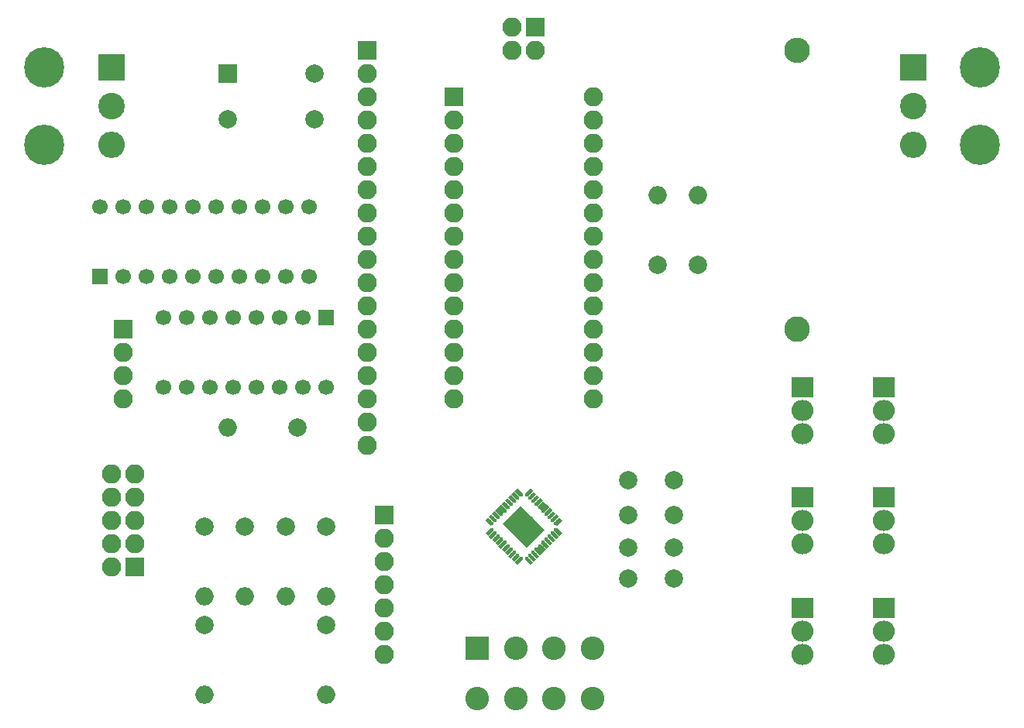
<source format=gts>
G04 #@! TF.GenerationSoftware,KiCad,Pcbnew,(5.0.0)*
G04 #@! TF.CreationDate,2019-03-08T19:40:39-05:00*
G04 #@! TF.ProjectId,DRV8308_pcb,445256383330385F7063622E6B696361,rev?*
G04 #@! TF.SameCoordinates,Original*
G04 #@! TF.FileFunction,Soldermask,Top*
G04 #@! TF.FilePolarity,Negative*
%FSLAX46Y46*%
G04 Gerber Fmt 4.6, Leading zero omitted, Abs format (unit mm)*
G04 Created by KiCad (PCBNEW (5.0.0)) date 03/08/19 19:40:39*
%MOMM*%
%LPD*%
G01*
G04 APERTURE LIST*
%ADD10C,4.400000*%
%ADD11O,2.900000X2.900000*%
%ADD12C,2.900000*%
%ADD13R,2.900000X2.900000*%
%ADD14O,2.100000X2.100000*%
%ADD15R,2.100000X2.100000*%
%ADD16R,2.000000X2.000000*%
%ADD17C,2.000000*%
%ADD18R,2.575000X2.575000*%
%ADD19C,2.575000*%
%ADD20O,2.400000X2.305000*%
%ADD21R,2.400000X2.305000*%
%ADD22O,2.000000X2.000000*%
%ADD23C,2.800000*%
%ADD24O,2.800000X2.800000*%
%ADD25C,2.760000*%
%ADD26C,0.100000*%
%ADD27C,0.420000*%
%ADD28R,1.695400X1.695400*%
%ADD29C,1.695400*%
G04 APERTURE END LIST*
D10*
G04 #@! TO.C,J5*
X195260000Y-58420000D03*
X195260000Y-66820000D03*
D11*
X187960000Y-66820000D03*
D12*
X187960000Y-62620000D03*
D13*
X187960000Y-58420000D03*
G04 #@! TD*
D10*
G04 #@! TO.C,J3*
X93030000Y-58420000D03*
X93030000Y-66820000D03*
D11*
X100330000Y-66820000D03*
D12*
X100330000Y-62620000D03*
D13*
X100330000Y-58420000D03*
G04 #@! TD*
D14*
G04 #@! TO.C,J4*
X153035000Y-94615000D03*
X137795000Y-94615000D03*
X153035000Y-92075000D03*
X137795000Y-92075000D03*
X153035000Y-89535000D03*
X137795000Y-89535000D03*
X153035000Y-86995000D03*
X137795000Y-86995000D03*
X153035000Y-84455000D03*
X137795000Y-84455000D03*
X153035000Y-81915000D03*
X137795000Y-81915000D03*
X153035000Y-79375000D03*
X137795000Y-79375000D03*
X153035000Y-76835000D03*
X137795000Y-76835000D03*
X153035000Y-74295000D03*
X137795000Y-74295000D03*
X153035000Y-71755000D03*
X137795000Y-71755000D03*
X153035000Y-69215000D03*
X137795000Y-69215000D03*
X153035000Y-66675000D03*
X137795000Y-66675000D03*
X153035000Y-64135000D03*
X137795000Y-64135000D03*
X153035000Y-61595000D03*
D15*
X137795000Y-61595000D03*
G04 #@! TD*
D16*
G04 #@! TO.C,C2*
X113030000Y-59055000D03*
D17*
X113030000Y-64055000D03*
G04 #@! TD*
D18*
G04 #@! TO.C,J1*
X140335000Y-121920000D03*
D19*
X144535000Y-121920000D03*
X148735000Y-121920000D03*
X152935000Y-121920000D03*
X140335000Y-127420000D03*
X144535000Y-127420000D03*
X148735000Y-127420000D03*
X152935000Y-127420000D03*
G04 #@! TD*
D15*
G04 #@! TO.C,J2*
X102870000Y-113030000D03*
D14*
X100330000Y-113030000D03*
X102870000Y-110490000D03*
X100330000Y-110490000D03*
X102870000Y-107950000D03*
X100330000Y-107950000D03*
X102870000Y-105410000D03*
X100330000Y-105410000D03*
X102870000Y-102870000D03*
X100330000Y-102870000D03*
G04 #@! TD*
D15*
G04 #@! TO.C,J7*
X128270000Y-56515000D03*
D14*
X128270000Y-59055000D03*
X128270000Y-61595000D03*
X128270000Y-64135000D03*
X128270000Y-66675000D03*
X128270000Y-69215000D03*
X128270000Y-71755000D03*
X128270000Y-74295000D03*
X128270000Y-76835000D03*
X128270000Y-79375000D03*
X128270000Y-81915000D03*
X128270000Y-84455000D03*
X128270000Y-86995000D03*
X128270000Y-89535000D03*
X128270000Y-92075000D03*
X128270000Y-94615000D03*
X128270000Y-97155000D03*
X128270000Y-99695000D03*
G04 #@! TD*
D15*
G04 #@! TO.C,J8*
X101600000Y-86995000D03*
D14*
X101600000Y-89535000D03*
X101600000Y-92075000D03*
X101600000Y-94615000D03*
G04 #@! TD*
D20*
G04 #@! TO.C,Q1*
X175895000Y-98425000D03*
X175895000Y-95885000D03*
D21*
X175895000Y-93345000D03*
G04 #@! TD*
G04 #@! TO.C,Q2*
X184785000Y-93345000D03*
D20*
X184785000Y-95885000D03*
X184785000Y-98425000D03*
G04 #@! TD*
G04 #@! TO.C,Q3*
X175895000Y-110490000D03*
X175895000Y-107950000D03*
D21*
X175895000Y-105410000D03*
G04 #@! TD*
G04 #@! TO.C,Q4*
X184785000Y-105410000D03*
D20*
X184785000Y-107950000D03*
X184785000Y-110490000D03*
G04 #@! TD*
G04 #@! TO.C,Q5*
X175895000Y-122555000D03*
X175895000Y-120015000D03*
D21*
X175895000Y-117475000D03*
G04 #@! TD*
G04 #@! TO.C,Q6*
X184785000Y-117475000D03*
D20*
X184785000Y-120015000D03*
X184785000Y-122555000D03*
G04 #@! TD*
D22*
G04 #@! TO.C,R1*
X110490000Y-116205000D03*
D17*
X110490000Y-108585000D03*
G04 #@! TD*
G04 #@! TO.C,R2*
X114935000Y-108585000D03*
D22*
X114935000Y-116205000D03*
G04 #@! TD*
G04 #@! TO.C,R3*
X119380000Y-116205000D03*
D17*
X119380000Y-108585000D03*
G04 #@! TD*
G04 #@! TO.C,R4*
X123825000Y-108585000D03*
D22*
X123825000Y-116205000D03*
G04 #@! TD*
G04 #@! TO.C,R5*
X123825000Y-127000000D03*
D17*
X123825000Y-119380000D03*
G04 #@! TD*
D23*
G04 #@! TO.C,R6*
X175260000Y-86995000D03*
D24*
X175260000Y-56515000D03*
G04 #@! TD*
D17*
G04 #@! TO.C,R7*
X110490000Y-119350000D03*
D22*
X110490000Y-126970000D03*
G04 #@! TD*
G04 #@! TO.C,R8*
X113030000Y-97790000D03*
D17*
X120650000Y-97790000D03*
G04 #@! TD*
D25*
G04 #@! TO.C,U1*
X145415000Y-108585000D03*
D26*
G36*
X143145187Y-108266802D02*
X145096802Y-106315187D01*
X147684813Y-108903198D01*
X145733198Y-110854813D01*
X143145187Y-108266802D01*
X143145187Y-108266802D01*
G37*
D27*
X145726127Y-105091893D03*
X145977150Y-104840870D03*
D26*
G36*
X145528137Y-104992898D02*
X146129178Y-104391857D01*
X146426163Y-104688842D01*
X145825122Y-105289883D01*
X145528137Y-104992898D01*
X145528137Y-104992898D01*
G37*
D27*
X146079680Y-105445446D03*
X146330703Y-105194423D03*
D26*
G36*
X145881690Y-105346451D02*
X146482731Y-104745410D01*
X146779716Y-105042395D01*
X146178675Y-105643436D01*
X145881690Y-105346451D01*
X145881690Y-105346451D01*
G37*
D27*
X146433234Y-105798999D03*
X146684257Y-105547976D03*
D26*
G36*
X146235244Y-105700004D02*
X146836285Y-105098963D01*
X147133270Y-105395948D01*
X146532229Y-105996989D01*
X146235244Y-105700004D01*
X146235244Y-105700004D01*
G37*
D27*
X146786787Y-106152553D03*
X147037810Y-105901530D03*
D26*
G36*
X146588797Y-106053558D02*
X147189838Y-105452517D01*
X147486823Y-105749502D01*
X146885782Y-106350543D01*
X146588797Y-106053558D01*
X146588797Y-106053558D01*
G37*
D27*
X147140341Y-106506106D03*
X147391363Y-106255083D03*
D26*
G36*
X146942350Y-106407111D02*
X147543391Y-105806070D01*
X147840376Y-106103055D01*
X147239335Y-106704096D01*
X146942350Y-106407111D01*
X146942350Y-106407111D01*
G37*
D27*
X147493894Y-106859659D03*
X147744917Y-106608637D03*
D26*
G36*
X147295904Y-106760665D02*
X147896945Y-106159624D01*
X148193930Y-106456609D01*
X147592889Y-107057650D01*
X147295904Y-106760665D01*
X147295904Y-106760665D01*
G37*
D27*
X147847447Y-107213213D03*
X148098470Y-106962190D03*
D26*
G36*
X147649457Y-107114218D02*
X148250498Y-106513177D01*
X148547483Y-106810162D01*
X147946442Y-107411203D01*
X147649457Y-107114218D01*
X147649457Y-107114218D01*
G37*
D27*
X148201001Y-107566766D03*
X148452024Y-107315743D03*
D26*
G36*
X148003011Y-107467771D02*
X148604052Y-106866730D01*
X148901037Y-107163715D01*
X148299996Y-107764756D01*
X148003011Y-107467771D01*
X148003011Y-107467771D01*
G37*
D27*
X148554554Y-107920320D03*
X148805577Y-107669297D03*
D26*
G36*
X148356564Y-107821325D02*
X148957605Y-107220284D01*
X149254590Y-107517269D01*
X148653549Y-108118310D01*
X148356564Y-107821325D01*
X148356564Y-107821325D01*
G37*
D27*
X148908107Y-108273873D03*
X149159130Y-108022850D03*
D26*
G36*
X148710117Y-108174878D02*
X149311158Y-107573837D01*
X149608143Y-107870822D01*
X149007102Y-108471863D01*
X148710117Y-108174878D01*
X148710117Y-108174878D01*
G37*
D27*
X148908107Y-108896127D03*
X149159130Y-109147150D03*
D26*
G36*
X148710117Y-108995122D02*
X149007102Y-108698137D01*
X149608143Y-109299178D01*
X149311158Y-109596163D01*
X148710117Y-108995122D01*
X148710117Y-108995122D01*
G37*
D27*
X148554554Y-109249680D03*
X148805577Y-109500703D03*
D26*
G36*
X148356564Y-109348675D02*
X148653549Y-109051690D01*
X149254590Y-109652731D01*
X148957605Y-109949716D01*
X148356564Y-109348675D01*
X148356564Y-109348675D01*
G37*
D27*
X148201001Y-109603234D03*
X148452024Y-109854257D03*
D26*
G36*
X148003011Y-109702229D02*
X148299996Y-109405244D01*
X148901037Y-110006285D01*
X148604052Y-110303270D01*
X148003011Y-109702229D01*
X148003011Y-109702229D01*
G37*
D27*
X147847447Y-109956787D03*
X148098470Y-110207810D03*
D26*
G36*
X147649457Y-110055782D02*
X147946442Y-109758797D01*
X148547483Y-110359838D01*
X148250498Y-110656823D01*
X147649457Y-110055782D01*
X147649457Y-110055782D01*
G37*
D27*
X147493894Y-110310341D03*
X147744917Y-110561363D03*
D26*
G36*
X147295904Y-110409335D02*
X147592889Y-110112350D01*
X148193930Y-110713391D01*
X147896945Y-111010376D01*
X147295904Y-110409335D01*
X147295904Y-110409335D01*
G37*
D27*
X147140341Y-110663894D03*
X147391363Y-110914917D03*
D26*
G36*
X146942350Y-110762889D02*
X147239335Y-110465904D01*
X147840376Y-111066945D01*
X147543391Y-111363930D01*
X146942350Y-110762889D01*
X146942350Y-110762889D01*
G37*
D27*
X146786787Y-111017447D03*
X147037810Y-111268470D03*
D26*
G36*
X146588797Y-111116442D02*
X146885782Y-110819457D01*
X147486823Y-111420498D01*
X147189838Y-111717483D01*
X146588797Y-111116442D01*
X146588797Y-111116442D01*
G37*
D27*
X146433234Y-111371001D03*
X146684257Y-111622024D03*
D26*
G36*
X146235244Y-111469996D02*
X146532229Y-111173011D01*
X147133270Y-111774052D01*
X146836285Y-112071037D01*
X146235244Y-111469996D01*
X146235244Y-111469996D01*
G37*
D27*
X146079680Y-111724554D03*
X146330703Y-111975577D03*
D26*
G36*
X145881690Y-111823549D02*
X146178675Y-111526564D01*
X146779716Y-112127605D01*
X146482731Y-112424590D01*
X145881690Y-111823549D01*
X145881690Y-111823549D01*
G37*
D27*
X145726127Y-112078107D03*
X145977150Y-112329130D03*
D26*
G36*
X145528137Y-112177102D02*
X145825122Y-111880117D01*
X146426163Y-112481158D01*
X146129178Y-112778143D01*
X145528137Y-112177102D01*
X145528137Y-112177102D01*
G37*
D27*
X145103873Y-112078107D03*
X144852850Y-112329130D03*
D26*
G36*
X144403837Y-112481158D02*
X145004878Y-111880117D01*
X145301863Y-112177102D01*
X144700822Y-112778143D01*
X144403837Y-112481158D01*
X144403837Y-112481158D01*
G37*
D27*
X144750320Y-111724554D03*
X144499297Y-111975577D03*
D26*
G36*
X144050284Y-112127605D02*
X144651325Y-111526564D01*
X144948310Y-111823549D01*
X144347269Y-112424590D01*
X144050284Y-112127605D01*
X144050284Y-112127605D01*
G37*
D27*
X144396766Y-111371001D03*
X144145743Y-111622024D03*
D26*
G36*
X143696730Y-111774052D02*
X144297771Y-111173011D01*
X144594756Y-111469996D01*
X143993715Y-112071037D01*
X143696730Y-111774052D01*
X143696730Y-111774052D01*
G37*
D27*
X144043213Y-111017447D03*
X143792190Y-111268470D03*
D26*
G36*
X143343177Y-111420498D02*
X143944218Y-110819457D01*
X144241203Y-111116442D01*
X143640162Y-111717483D01*
X143343177Y-111420498D01*
X143343177Y-111420498D01*
G37*
D27*
X143689659Y-110663894D03*
X143438637Y-110914917D03*
D26*
G36*
X142989624Y-111066945D02*
X143590665Y-110465904D01*
X143887650Y-110762889D01*
X143286609Y-111363930D01*
X142989624Y-111066945D01*
X142989624Y-111066945D01*
G37*
D27*
X143336106Y-110310341D03*
X143085083Y-110561363D03*
D26*
G36*
X142636070Y-110713391D02*
X143237111Y-110112350D01*
X143534096Y-110409335D01*
X142933055Y-111010376D01*
X142636070Y-110713391D01*
X142636070Y-110713391D01*
G37*
D27*
X142982553Y-109956787D03*
X142731530Y-110207810D03*
D26*
G36*
X142282517Y-110359838D02*
X142883558Y-109758797D01*
X143180543Y-110055782D01*
X142579502Y-110656823D01*
X142282517Y-110359838D01*
X142282517Y-110359838D01*
G37*
D27*
X142628999Y-109603234D03*
X142377976Y-109854257D03*
D26*
G36*
X141928963Y-110006285D02*
X142530004Y-109405244D01*
X142826989Y-109702229D01*
X142225948Y-110303270D01*
X141928963Y-110006285D01*
X141928963Y-110006285D01*
G37*
D27*
X142275446Y-109249680D03*
X142024423Y-109500703D03*
D26*
G36*
X141575410Y-109652731D02*
X142176451Y-109051690D01*
X142473436Y-109348675D01*
X141872395Y-109949716D01*
X141575410Y-109652731D01*
X141575410Y-109652731D01*
G37*
D27*
X141921893Y-108896127D03*
X141670870Y-109147150D03*
D26*
G36*
X141221857Y-109299178D02*
X141822898Y-108698137D01*
X142119883Y-108995122D01*
X141518842Y-109596163D01*
X141221857Y-109299178D01*
X141221857Y-109299178D01*
G37*
D27*
X141921893Y-108273873D03*
X141670870Y-108022850D03*
D26*
G36*
X141221857Y-107870822D02*
X141518842Y-107573837D01*
X142119883Y-108174878D01*
X141822898Y-108471863D01*
X141221857Y-107870822D01*
X141221857Y-107870822D01*
G37*
D27*
X142275446Y-107920320D03*
X142024423Y-107669297D03*
D26*
G36*
X141575410Y-107517269D02*
X141872395Y-107220284D01*
X142473436Y-107821325D01*
X142176451Y-108118310D01*
X141575410Y-107517269D01*
X141575410Y-107517269D01*
G37*
D27*
X142628999Y-107566766D03*
X142377976Y-107315743D03*
D26*
G36*
X141928963Y-107163715D02*
X142225948Y-106866730D01*
X142826989Y-107467771D01*
X142530004Y-107764756D01*
X141928963Y-107163715D01*
X141928963Y-107163715D01*
G37*
D27*
X142982553Y-107213213D03*
X142731530Y-106962190D03*
D26*
G36*
X142282517Y-106810162D02*
X142579502Y-106513177D01*
X143180543Y-107114218D01*
X142883558Y-107411203D01*
X142282517Y-106810162D01*
X142282517Y-106810162D01*
G37*
D27*
X143336106Y-106859659D03*
X143085083Y-106608637D03*
D26*
G36*
X142636070Y-106456609D02*
X142933055Y-106159624D01*
X143534096Y-106760665D01*
X143237111Y-107057650D01*
X142636070Y-106456609D01*
X142636070Y-106456609D01*
G37*
D27*
X143689659Y-106506106D03*
X143438637Y-106255083D03*
D26*
G36*
X142989624Y-106103055D02*
X143286609Y-105806070D01*
X143887650Y-106407111D01*
X143590665Y-106704096D01*
X142989624Y-106103055D01*
X142989624Y-106103055D01*
G37*
D27*
X144043213Y-106152553D03*
X143792190Y-105901530D03*
D26*
G36*
X143343177Y-105749502D02*
X143640162Y-105452517D01*
X144241203Y-106053558D01*
X143944218Y-106350543D01*
X143343177Y-105749502D01*
X143343177Y-105749502D01*
G37*
D27*
X144396766Y-105798999D03*
X144145743Y-105547976D03*
D26*
G36*
X143696730Y-105395948D02*
X143993715Y-105098963D01*
X144594756Y-105700004D01*
X144297771Y-105996989D01*
X143696730Y-105395948D01*
X143696730Y-105395948D01*
G37*
D27*
X144750320Y-105445446D03*
X144499297Y-105194423D03*
D26*
G36*
X144050284Y-105042395D02*
X144347269Y-104745410D01*
X144948310Y-105346451D01*
X144651325Y-105643436D01*
X144050284Y-105042395D01*
X144050284Y-105042395D01*
G37*
D27*
X145103873Y-105091893D03*
X144852850Y-104840870D03*
D26*
G36*
X144403837Y-104688842D02*
X144700822Y-104391857D01*
X145301863Y-104992898D01*
X145004878Y-105289883D01*
X144403837Y-104688842D01*
X144403837Y-104688842D01*
G37*
G04 #@! TD*
D28*
G04 #@! TO.C,U2*
X99060000Y-81280000D03*
D29*
X101600000Y-81280000D03*
X104140000Y-81280000D03*
X106680000Y-81280000D03*
X109220000Y-81280000D03*
X111760000Y-81280000D03*
X114300000Y-81280000D03*
X116840000Y-81280000D03*
X119380000Y-81280000D03*
X121920000Y-81280000D03*
X121920000Y-73660000D03*
X119380000Y-73660000D03*
X116840000Y-73660000D03*
X114300000Y-73660000D03*
X111760000Y-73660000D03*
X109220000Y-73660000D03*
X106680000Y-73660000D03*
X104140000Y-73660000D03*
X101600000Y-73660000D03*
X99060000Y-73660000D03*
G04 #@! TD*
D28*
G04 #@! TO.C,U3*
X123825000Y-85725000D03*
D29*
X121285000Y-85725000D03*
X118745000Y-85725000D03*
X116205000Y-85725000D03*
X113665000Y-85725000D03*
X111125000Y-85725000D03*
X108585000Y-85725000D03*
X106045000Y-85725000D03*
X106045000Y-93345000D03*
X108585000Y-93345000D03*
X111125000Y-93345000D03*
X113665000Y-93345000D03*
X116205000Y-93345000D03*
X118745000Y-93345000D03*
X121285000Y-93345000D03*
X123825000Y-93345000D03*
G04 #@! TD*
D15*
G04 #@! TO.C,J9*
X146685000Y-53975000D03*
D14*
X144145000Y-53975000D03*
X146685000Y-56515000D03*
X144145000Y-56515000D03*
G04 #@! TD*
D22*
G04 #@! TO.C,R9*
X164465000Y-72390000D03*
D17*
X164465000Y-80010000D03*
G04 #@! TD*
G04 #@! TO.C,R10*
X160020000Y-80010000D03*
D22*
X160020000Y-72390000D03*
G04 #@! TD*
D17*
G04 #@! TO.C,C1*
X122555000Y-64055000D03*
X122555000Y-59055000D03*
G04 #@! TD*
G04 #@! TO.C,C3*
X156845000Y-103505000D03*
X161845000Y-103505000D03*
G04 #@! TD*
G04 #@! TO.C,C4*
X156845000Y-110871000D03*
X161845000Y-110871000D03*
G04 #@! TD*
G04 #@! TO.C,C5*
X156845000Y-107315000D03*
X161845000Y-107315000D03*
G04 #@! TD*
G04 #@! TO.C,C6*
X156845000Y-114300000D03*
X161845000Y-114300000D03*
G04 #@! TD*
D15*
G04 #@! TO.C,J6*
X130175000Y-107315000D03*
D14*
X130175000Y-109855000D03*
X130175000Y-112395000D03*
X130175000Y-114935000D03*
X130175000Y-117475000D03*
X130175000Y-120015000D03*
X130175000Y-122555000D03*
G04 #@! TD*
M02*

</source>
